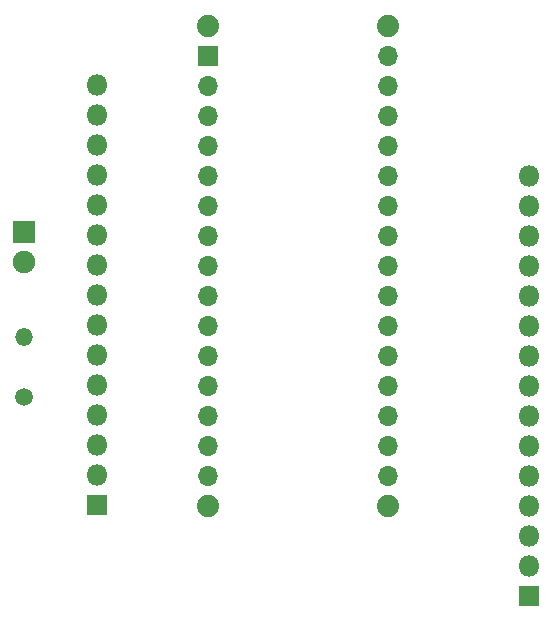
<source format=gbr>
%TF.GenerationSoftware,KiCad,Pcbnew,(5.1.6)-1*%
%TF.CreationDate,2020-08-28T22:53:53+02:00*%
%TF.ProjectId,pcbdesign,70636264-6573-4696-976e-2e6b69636164,rev?*%
%TF.SameCoordinates,Original*%
%TF.FileFunction,Soldermask,Bot*%
%TF.FilePolarity,Negative*%
%FSLAX46Y46*%
G04 Gerber Fmt 4.6, Leading zero omitted, Abs format (unit mm)*
G04 Created by KiCad (PCBNEW (5.1.6)-1) date 2020-08-28 22:53:53*
%MOMM*%
%LPD*%
G01*
G04 APERTURE LIST*
%ADD10R,1.800000X1.800000*%
%ADD11O,1.800000X1.800000*%
%ADD12R,1.700000X1.700000*%
%ADD13O,1.700000X1.700000*%
%ADD14C,1.880000*%
%ADD15R,1.900000X1.900000*%
%ADD16C,1.900000*%
%ADD17C,1.500000*%
%ADD18O,1.500000X1.500000*%
G04 APERTURE END LIST*
D10*
%TO.C,J1*%
X97625874Y-129753609D03*
D11*
X97625874Y-127213609D03*
X97625874Y-124673609D03*
X97625874Y-122133609D03*
X97625874Y-119593609D03*
X97625874Y-117053609D03*
X97625874Y-114513609D03*
X97625874Y-111973609D03*
X97625874Y-109433609D03*
X97625874Y-106893609D03*
X97625874Y-104353609D03*
X97625874Y-101813609D03*
X97625874Y-99273609D03*
X97625874Y-96733609D03*
X97625874Y-94193609D03*
%TD*%
D12*
%TO.C,A1*%
X106965001Y-91715001D03*
D13*
X122205001Y-124735001D03*
X106965001Y-94255001D03*
X122205001Y-122195001D03*
X106965001Y-96795001D03*
X122205001Y-119655001D03*
X106965001Y-99335001D03*
X122205001Y-117115001D03*
X106965001Y-101875001D03*
X122205001Y-114575001D03*
X106965001Y-104415001D03*
X122205001Y-112035001D03*
X106965001Y-106955001D03*
X122205001Y-109495001D03*
X106965001Y-109495001D03*
X122205001Y-106955001D03*
X106965001Y-112035001D03*
X122205001Y-104415001D03*
X106965001Y-114575001D03*
X122205001Y-101875001D03*
X106965001Y-117115001D03*
X122205001Y-99335001D03*
X106965001Y-119655001D03*
X122205001Y-96795001D03*
X106965001Y-122195001D03*
X122205001Y-94255001D03*
X106965001Y-124735001D03*
X122205001Y-91715001D03*
X106965001Y-127275001D03*
X122205001Y-127275001D03*
D14*
X106965001Y-89175001D03*
X122205001Y-89175001D03*
X122205001Y-129815001D03*
X106965001Y-129815001D03*
%TD*%
D15*
%TO.C,D1*%
X91440000Y-106680000D03*
D16*
X91440000Y-109220000D03*
%TD*%
D11*
%TO.C,J2*%
X134191782Y-101878186D03*
X134191782Y-104418186D03*
X134191782Y-106958186D03*
X134191782Y-109498186D03*
X134191782Y-112038186D03*
X134191782Y-114578186D03*
X134191782Y-117118186D03*
X134191782Y-119658186D03*
X134191782Y-122198186D03*
X134191782Y-124738186D03*
X134191782Y-127278186D03*
X134191782Y-129818186D03*
X134191782Y-132358186D03*
X134191782Y-134898186D03*
D10*
X134191782Y-137438186D03*
%TD*%
D17*
%TO.C,R1*%
X91440000Y-120650000D03*
D18*
X91440000Y-115570000D03*
%TD*%
M02*

</source>
